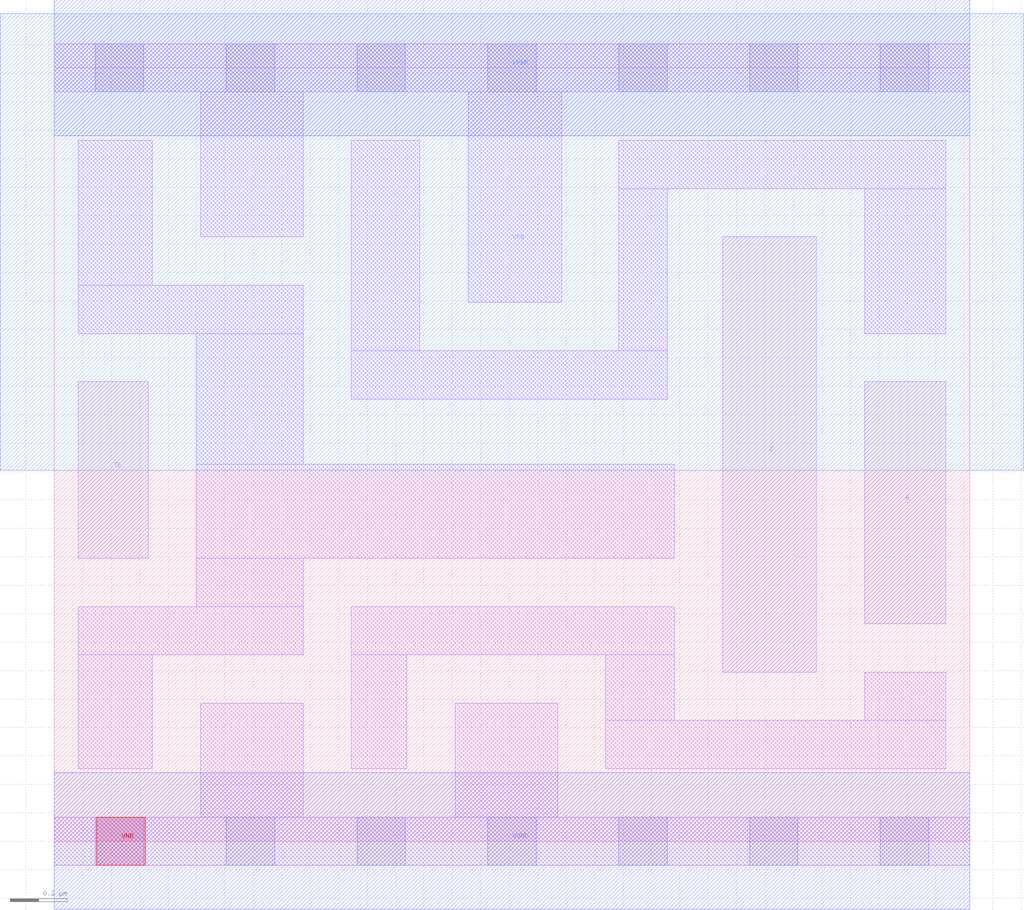
<source format=lef>
# Copyright 2020 The SkyWater PDK Authors
#
# Licensed under the Apache License, Version 2.0 (the "License");
# you may not use this file except in compliance with the License.
# You may obtain a copy of the License at
#
#     https://www.apache.org/licenses/LICENSE-2.0
#
# Unless required by applicable law or agreed to in writing, software
# distributed under the License is distributed on an "AS IS" BASIS,
# WITHOUT WARRANTIES OR CONDITIONS OF ANY KIND, either express or implied.
# See the License for the specific language governing permissions and
# limitations under the License.
#
# SPDX-License-Identifier: Apache-2.0

VERSION 5.7 ;
  NOWIREEXTENSIONATPIN ON ;
  DIVIDERCHAR "/" ;
  BUSBITCHARS "[]" ;
MACRO sky130_fd_sc_hd__einvp_2
  CLASS CORE ;
  FOREIGN sky130_fd_sc_hd__einvp_2 ;
  ORIGIN  0.000000  0.000000 ;
  SIZE  3.220000 BY  2.720000 ;
  SYMMETRY X Y R90 ;
  SITE unithd ;
  PIN A
    ANTENNAGATEAREA  0.495000 ;
    DIRECTION INPUT ;
    USE SIGNAL ;
    PORT
      LAYER li1 ;
        RECT 2.850000 0.765000 3.135000 1.615000 ;
    END
  END A
  PIN TE
    ANTENNAGATEAREA  0.354000 ;
    DIRECTION INPUT ;
    USE SIGNAL ;
    PORT
      LAYER li1 ;
        RECT 0.085000 0.995000 0.330000 1.615000 ;
    END
  END TE
  PIN Z
    ANTENNADIFFAREA  0.445500 ;
    DIRECTION OUTPUT ;
    USE SIGNAL ;
    PORT
      LAYER li1 ;
        RECT 2.350000 0.595000 2.680000 2.125000 ;
    END
  END Z
  PIN VGND
    DIRECTION INOUT ;
    SHAPE ABUTMENT ;
    USE GROUND ;
    PORT
      LAYER met1 ;
        RECT 0.000000 -0.240000 3.220000 0.240000 ;
    END
  END VGND
  PIN VNB
    DIRECTION INOUT ;
    USE GROUND ;
    PORT
      LAYER pwell ;
        RECT 0.150000 -0.085000 0.320000 0.085000 ;
    END
  END VNB
  PIN VPB
    DIRECTION INOUT ;
    USE POWER ;
    PORT
      LAYER nwell ;
        RECT -0.190000 1.305000 3.410000 2.910000 ;
    END
  END VPB
  PIN VPWR
    DIRECTION INOUT ;
    SHAPE ABUTMENT ;
    USE POWER ;
    PORT
      LAYER met1 ;
        RECT 0.000000 2.480000 3.220000 2.960000 ;
    END
  END VPWR
  OBS
    LAYER li1 ;
      RECT 0.000000 -0.085000 3.220000 0.085000 ;
      RECT 0.000000  2.635000 3.220000 2.805000 ;
      RECT 0.085000  0.255000 0.345000 0.655000 ;
      RECT 0.085000  0.655000 0.875000 0.825000 ;
      RECT 0.085000  1.785000 0.875000 1.955000 ;
      RECT 0.085000  1.955000 0.345000 2.465000 ;
      RECT 0.500000  0.825000 0.875000 0.995000 ;
      RECT 0.500000  0.995000 2.180000 1.325000 ;
      RECT 0.500000  1.325000 0.875000 1.785000 ;
      RECT 0.515000  0.085000 0.875000 0.485000 ;
      RECT 0.515000  2.125000 0.875000 2.635000 ;
      RECT 1.045000  0.255000 1.240000 0.655000 ;
      RECT 1.045000  0.655000 2.180000 0.825000 ;
      RECT 1.045000  1.555000 2.155000 1.725000 ;
      RECT 1.045000  1.725000 1.285000 2.465000 ;
      RECT 1.410000  0.085000 1.770000 0.485000 ;
      RECT 1.455000  1.895000 1.785000 2.635000 ;
      RECT 1.940000  0.255000 3.135000 0.425000 ;
      RECT 1.940000  0.425000 2.180000 0.655000 ;
      RECT 1.985000  1.725000 2.155000 2.295000 ;
      RECT 1.985000  2.295000 3.135000 2.465000 ;
      RECT 2.850000  0.425000 3.135000 0.595000 ;
      RECT 2.850000  1.785000 3.135000 2.295000 ;
    LAYER mcon ;
      RECT 0.145000 -0.085000 0.315000 0.085000 ;
      RECT 0.145000  2.635000 0.315000 2.805000 ;
      RECT 0.605000 -0.085000 0.775000 0.085000 ;
      RECT 0.605000  2.635000 0.775000 2.805000 ;
      RECT 1.065000 -0.085000 1.235000 0.085000 ;
      RECT 1.065000  2.635000 1.235000 2.805000 ;
      RECT 1.525000 -0.085000 1.695000 0.085000 ;
      RECT 1.525000  2.635000 1.695000 2.805000 ;
      RECT 1.985000 -0.085000 2.155000 0.085000 ;
      RECT 1.985000  2.635000 2.155000 2.805000 ;
      RECT 2.445000 -0.085000 2.615000 0.085000 ;
      RECT 2.445000  2.635000 2.615000 2.805000 ;
      RECT 2.905000 -0.085000 3.075000 0.085000 ;
      RECT 2.905000  2.635000 3.075000 2.805000 ;
  END
END sky130_fd_sc_hd__einvp_2
END LIBRARY

</source>
